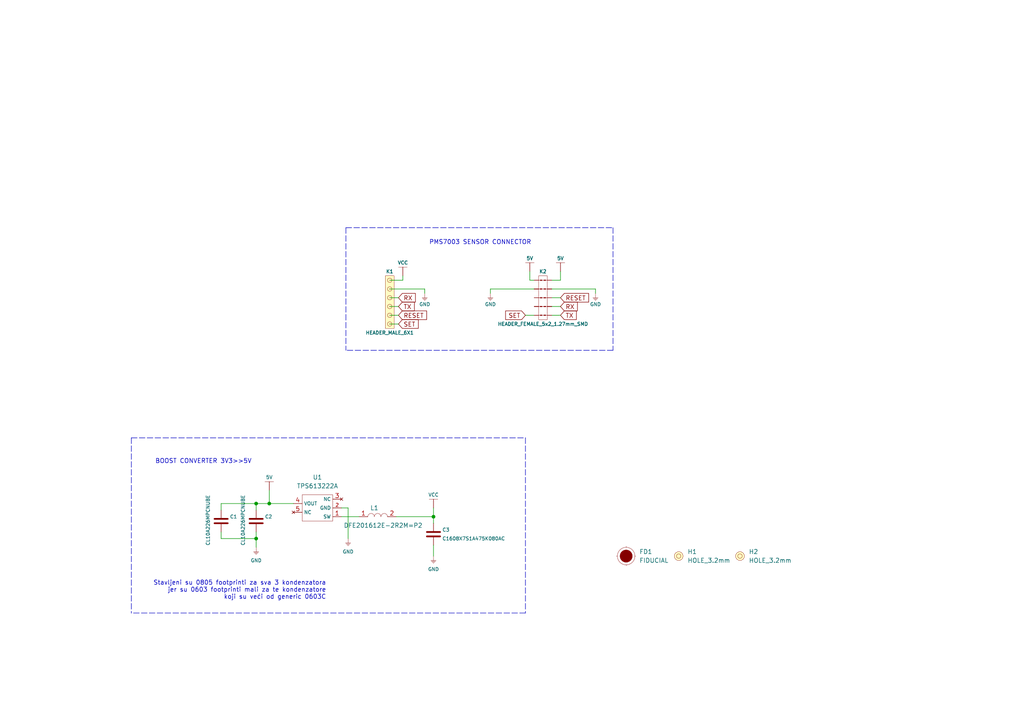
<source format=kicad_sch>
(kicad_sch (version 20210621) (generator eeschema)

  (uuid 48b536c3-d1f1-4397-99d6-5d886d23cefc)

  (paper "A4")

  (lib_symbols
    (symbol "e-radionica.com schematics:0805C" (pin_numbers hide) (in_bom yes) (on_board yes)
      (property "Reference" "C" (id 0) (at -0.635 3.175 0)
        (effects (font (size 1 1)))
      )
      (property "Value" "0805C" (id 1) (at 0 -3.175 0)
        (effects (font (size 1 1)))
      )
      (property "Footprint" "e-radionica.com footprinti:0805C" (id 2) (at 0 0 0)
        (effects (font (size 1 1)) hide)
      )
      (property "Datasheet" "" (id 3) (at 0 0 0)
        (effects (font (size 1 1)) hide)
      )
      (symbol "0805C_0_1"
        (polyline
          (pts
            (xy -0.635 1.905)
            (xy -0.635 -1.905)
          )
          (stroke (width 0.5)) (fill (type none))
        )
        (polyline
          (pts
            (xy 0.635 1.905)
            (xy 0.635 -1.905)
          )
          (stroke (width 0.5)) (fill (type none))
        )
      )
      (symbol "0805C_1_1"
        (pin passive line (at -3.175 0 0) (length 2.54)
          (name "~" (effects (font (size 1.27 1.27))))
          (number "1" (effects (font (size 1.27 1.27))))
        )
        (pin passive line (at 3.175 0 180) (length 2.54)
          (name "~" (effects (font (size 1.27 1.27))))
          (number "2" (effects (font (size 1.27 1.27))))
        )
      )
    )
    (symbol "e-radionica.com schematics:0806L" (in_bom yes) (on_board yes)
      (property "Reference" "L" (id 0) (at 0 1.905 0)
        (effects (font (size 1.27 1.27)))
      )
      (property "Value" "0806L" (id 1) (at 0 -1.27 0)
        (effects (font (size 1.27 1.27)))
      )
      (property "Footprint" "e-radionica.com footprinti:0806L" (id 2) (at 0 -2.54 0)
        (effects (font (size 1.27 1.27)) hide)
      )
      (property "Datasheet" "" (id 3) (at 0 -1.27 0)
        (effects (font (size 1.27 1.27)) hide)
      )
      (symbol "0806L_0_1"
        (arc (start -3.175 0) (end -1.27 0) (radius (at -2.2225 -0.0138) (length 0.9526) (angles 179.2 0.8))
          (stroke (width 0.0006)) (fill (type none))
        )
        (arc (start -1.27 0) (end 0.635 0) (radius (at -0.3175 -0.0138) (length 0.9526) (angles 179.2 0.8))
          (stroke (width 0.0006)) (fill (type none))
        )
        (arc (start 0.635 0) (end 2.54 0) (radius (at 1.5875 -0.0138) (length 0.9526) (angles 179.2 0.8))
          (stroke (width 0.0006)) (fill (type none))
        )
      )
      (symbol "0806L_1_1"
        (pin passive line (at -5.715 0 0) (length 2.54)
          (name "" (effects (font (size 1.27 1.27))))
          (number "1" (effects (font (size 1.27 1.27))))
        )
        (pin passive line (at 5.08 0 180) (length 2.54)
          (name "" (effects (font (size 1.27 1.27))))
          (number "2" (effects (font (size 1.27 1.27))))
        )
      )
    )
    (symbol "e-radionica.com schematics:5V" (power) (pin_names (offset 0)) (in_bom yes) (on_board yes)
      (property "Reference" "#PWR" (id 0) (at 4.445 0 0)
        (effects (font (size 1 1)) hide)
      )
      (property "Value" "5V" (id 1) (at 0 3.556 0)
        (effects (font (size 1 1)))
      )
      (property "Footprint" "" (id 2) (at 4.445 3.81 0)
        (effects (font (size 1 1)) hide)
      )
      (property "Datasheet" "" (id 3) (at 4.445 3.81 0)
        (effects (font (size 1 1)) hide)
      )
      (property "ki_keywords" "power-flag" (id 4) (at 0 0 0)
        (effects (font (size 1.27 1.27)) hide)
      )
      (property "ki_description" "Power symbol creates a global label with name \"5V\"" (id 5) (at 0 0 0)
        (effects (font (size 1.27 1.27)) hide)
      )
      (symbol "5V_0_1"
        (polyline
          (pts
            (xy -1.27 2.54)
            (xy 1.27 2.54)
          )
          (stroke (width 0.0006)) (fill (type none))
        )
        (polyline
          (pts
            (xy 0 0)
            (xy 0 2.54)
          )
          (stroke (width 0)) (fill (type none))
        )
      )
      (symbol "5V_1_1"
        (pin power_in line (at 0 0 90) (length 0) hide
          (name "5V" (effects (font (size 1.27 1.27))))
          (number "1" (effects (font (size 1.27 1.27))))
        )
      )
    )
    (symbol "e-radionica.com schematics:FIDUCIAL" (in_bom no) (on_board yes)
      (property "Reference" "FD" (id 0) (at 0 3.81 0)
        (effects (font (size 1.27 1.27)))
      )
      (property "Value" "FIDUCIAL" (id 1) (at 0 -3.81 0)
        (effects (font (size 1.27 1.27)))
      )
      (property "Footprint" "e-radionica.com footprinti:FIDUCIAL_23" (id 2) (at 0.254 -5.334 0)
        (effects (font (size 1.27 1.27)) hide)
      )
      (property "Datasheet" "" (id 3) (at 0 0 0)
        (effects (font (size 1.27 1.27)) hide)
      )
      (symbol "FIDUCIAL_0_1"
        (circle (center 0 0) (radius 2.54) (stroke (width 0.0006)) (fill (type none)))
        (circle (center 0 0) (radius 1.7961) (stroke (width 0.001)) (fill (type outline)))
        (polyline
          (pts
            (xy -2.54 0)
            (xy -2.794 0)
          )
          (stroke (width 0.0006)) (fill (type none))
        )
        (polyline
          (pts
            (xy 0 -2.54)
            (xy 0 -2.794)
          )
          (stroke (width 0.0006)) (fill (type none))
        )
        (polyline
          (pts
            (xy 0 2.54)
            (xy 0 2.794)
          )
          (stroke (width 0.0006)) (fill (type none))
        )
        (polyline
          (pts
            (xy 2.54 0)
            (xy 2.794 0)
          )
          (stroke (width 0.0006)) (fill (type none))
        )
      )
    )
    (symbol "e-radionica.com schematics:GND" (power) (pin_names (offset 0)) (in_bom yes) (on_board yes)
      (property "Reference" "#PWR" (id 0) (at 4.445 0 0)
        (effects (font (size 1 1)) hide)
      )
      (property "Value" "GND" (id 1) (at 0 -2.921 0)
        (effects (font (size 1 1)))
      )
      (property "Footprint" "" (id 2) (at 4.445 3.81 0)
        (effects (font (size 1 1)) hide)
      )
      (property "Datasheet" "" (id 3) (at 4.445 3.81 0)
        (effects (font (size 1 1)) hide)
      )
      (property "ki_keywords" "power-flag" (id 4) (at 0 0 0)
        (effects (font (size 1.27 1.27)) hide)
      )
      (property "ki_description" "Power symbol creates a global label with name \"GND\"" (id 5) (at 0 0 0)
        (effects (font (size 1.27 1.27)) hide)
      )
      (symbol "GND_0_1"
        (polyline
          (pts
            (xy -0.762 -1.27)
            (xy 0.762 -1.27)
          )
          (stroke (width 0.0006)) (fill (type none))
        )
        (polyline
          (pts
            (xy -0.635 -1.524)
            (xy 0.635 -1.524)
          )
          (stroke (width 0.0006)) (fill (type none))
        )
        (polyline
          (pts
            (xy -0.381 -1.778)
            (xy 0.381 -1.778)
          )
          (stroke (width 0.0006)) (fill (type none))
        )
        (polyline
          (pts
            (xy -0.127 -2.032)
            (xy 0.127 -2.032)
          )
          (stroke (width 0.0006)) (fill (type none))
        )
        (polyline
          (pts
            (xy 0 0)
            (xy 0 -1.27)
          )
          (stroke (width 0.0006)) (fill (type none))
        )
      )
      (symbol "GND_1_1"
        (pin power_in line (at 0 0 270) (length 0) hide
          (name "GND" (effects (font (size 1.27 1.27))))
          (number "1" (effects (font (size 1.27 1.27))))
        )
      )
    )
    (symbol "e-radionica.com schematics:HEADER_FEMALE_5x2_1.27mm_SMD" (pin_numbers hide) (pin_names hide) (in_bom yes) (on_board yes)
      (property "Reference" "K" (id 0) (at 0 7.62 0)
        (effects (font (size 1 1)))
      )
      (property "Value" "HEADER_FEMALE_5x2_1.27mm_SMD" (id 1) (at 0 -7.62 0)
        (effects (font (size 1 1)))
      )
      (property "Footprint" "e-radionica.com footprinti:HEADER_FEMALE_5x2_1.27mm_SMD" (id 2) (at 0 -8.89 0)
        (effects (font (size 1 1)) hide)
      )
      (property "Datasheet" "" (id 3) (at 2.54 -2.54 0)
        (effects (font (size 1 1)) hide)
      )
      (property "ki_keywords" "PMS7003 header 1.27mm SMD" (id 4) (at 0 0 0)
        (effects (font (size 1.27 1.27)) hide)
      )
      (property "ki_description" "Header 1.27mm 5x2 SMD" (id 5) (at 0 0 0)
        (effects (font (size 1.27 1.27)) hide)
      )
      (symbol "HEADER_FEMALE_5x2_1.27mm_SMD_0_1"
        (rectangle (start -1.27 6.35) (end 1.27 -6.35)
          (stroke (width 0.0006)) (fill (type none))
        )
        (polyline
          (pts
            (xy -1.27 -5.08)
            (xy -0.635 -5.08)
          )
          (stroke (width 0.0006)) (fill (type none))
        )
        (polyline
          (pts
            (xy -1.27 -2.54)
            (xy -0.635 -2.54)
          )
          (stroke (width 0.0006)) (fill (type none))
        )
        (polyline
          (pts
            (xy -1.27 0)
            (xy -0.635 0)
          )
          (stroke (width 0.0006)) (fill (type none))
        )
        (polyline
          (pts
            (xy -1.27 2.54)
            (xy -0.635 2.54)
          )
          (stroke (width 0.0006)) (fill (type none))
        )
        (polyline
          (pts
            (xy -1.27 5.08)
            (xy -0.635 5.08)
          )
          (stroke (width 0.0006)) (fill (type none))
        )
        (polyline
          (pts
            (xy -0.762 -5.08)
            (xy -0.254 -5.08)
          )
          (stroke (width 0.3)) (fill (type none))
        )
        (polyline
          (pts
            (xy -0.762 -2.54)
            (xy -0.254 -2.54)
          )
          (stroke (width 0.3)) (fill (type none))
        )
        (polyline
          (pts
            (xy -0.762 0)
            (xy -0.254 0)
          )
          (stroke (width 0.3)) (fill (type none))
        )
        (polyline
          (pts
            (xy -0.762 2.54)
            (xy -0.254 2.54)
          )
          (stroke (width 0.3)) (fill (type none))
        )
        (polyline
          (pts
            (xy -0.762 5.08)
            (xy -0.254 5.08)
          )
          (stroke (width 0.3)) (fill (type none))
        )
        (polyline
          (pts
            (xy 0.254 -5.08)
            (xy 0.762 -5.08)
          )
          (stroke (width 0.3)) (fill (type none))
        )
        (polyline
          (pts
            (xy 0.254 -2.54)
            (xy 0.762 -2.54)
          )
          (stroke (width 0.3)) (fill (type none))
        )
        (polyline
          (pts
            (xy 0.254 0)
            (xy 0.762 0)
          )
          (stroke (width 0.3)) (fill (type none))
        )
        (polyline
          (pts
            (xy 0.254 2.54)
            (xy 0.762 2.54)
          )
          (stroke (width 0.3)) (fill (type none))
        )
        (polyline
          (pts
            (xy 0.254 5.08)
            (xy 0.762 5.08)
          )
          (stroke (width 0.3)) (fill (type none))
        )
        (polyline
          (pts
            (xy 1.27 -5.08)
            (xy 0.635 -5.08)
          )
          (stroke (width 0.0006)) (fill (type none))
        )
        (polyline
          (pts
            (xy 1.27 -2.54)
            (xy 0.635 -2.54)
          )
          (stroke (width 0.0006)) (fill (type none))
        )
        (polyline
          (pts
            (xy 1.27 0)
            (xy 0.635 0)
          )
          (stroke (width 0.0006)) (fill (type none))
        )
        (polyline
          (pts
            (xy 1.27 2.54)
            (xy 0.635 2.54)
          )
          (stroke (width 0.0006)) (fill (type none))
        )
        (polyline
          (pts
            (xy 1.27 5.08)
            (xy 0.635 5.08)
          )
          (stroke (width 0.0006)) (fill (type none))
        )
      )
      (symbol "HEADER_FEMALE_5x2_1.27mm_SMD_1_1"
        (pin passive line (at -2.54 5.08 0) (length 1.27)
          (name "~" (effects (font (size 1 1))))
          (number "1" (effects (font (size 1 1))))
        )
        (pin passive line (at 2.54 5.08 180) (length 1.27)
          (name "~" (effects (font (size 1 1))))
          (number "10" (effects (font (size 1 1))))
        )
        (pin passive line (at -2.54 2.54 0) (length 1.27)
          (name "~" (effects (font (size 1 1))))
          (number "2" (effects (font (size 1 1))))
        )
        (pin passive line (at -2.54 0 0) (length 1.27)
          (name "~" (effects (font (size 1 1))))
          (number "3" (effects (font (size 1 1))))
        )
        (pin passive line (at -2.54 -2.54 0) (length 1.27)
          (name "~" (effects (font (size 1 1))))
          (number "4" (effects (font (size 1 1))))
        )
        (pin passive line (at -2.54 -5.08 0) (length 1.27)
          (name "~" (effects (font (size 1 1))))
          (number "5" (effects (font (size 1 1))))
        )
        (pin passive line (at 2.54 -5.08 180) (length 1.27)
          (name "~" (effects (font (size 1 1))))
          (number "6" (effects (font (size 1 1))))
        )
        (pin passive line (at 2.54 -2.54 180) (length 1.27)
          (name "~" (effects (font (size 1 1))))
          (number "7" (effects (font (size 1 1))))
        )
        (pin passive line (at 2.54 0 180) (length 1.27)
          (name "~" (effects (font (size 1 1))))
          (number "8" (effects (font (size 1 1))))
        )
        (pin passive line (at 2.54 2.54 180) (length 1.27)
          (name "~" (effects (font (size 1 1))))
          (number "9" (effects (font (size 1 1))))
        )
      )
    )
    (symbol "e-radionica.com schematics:HEADER_MALE_6X1" (pin_numbers hide) (pin_names hide) (in_bom yes) (on_board yes)
      (property "Reference" "K" (id 0) (at -0.635 10.16 0)
        (effects (font (size 1 1)))
      )
      (property "Value" "HEADER_MALE_6X1" (id 1) (at 1.27 -7.62 0)
        (effects (font (size 1 1)))
      )
      (property "Footprint" "e-radionica.com footprinti:HEADER_MALE_6X1" (id 2) (at 0 0 0)
        (effects (font (size 1 1)) hide)
      )
      (property "Datasheet" "" (id 3) (at 0 0 0)
        (effects (font (size 1 1)) hide)
      )
      (symbol "HEADER_MALE_6X1_0_1"
        (circle (center 0 -5.08) (radius 0.635) (stroke (width 0.0006)) (fill (type none)))
        (circle (center 0 -2.54) (radius 0.635) (stroke (width 0.0006)) (fill (type none)))
        (circle (center 0 0) (radius 0.635) (stroke (width 0.0006)) (fill (type none)))
        (circle (center 0 2.54) (radius 0.635) (stroke (width 0.0006)) (fill (type none)))
        (circle (center 0 5.08) (radius 0.635) (stroke (width 0.0006)) (fill (type none)))
        (circle (center 0 7.62) (radius 0.635) (stroke (width 0.0006)) (fill (type none)))
        (rectangle (start 1.27 -6.35) (end -1.27 8.89)
          (stroke (width 0.001)) (fill (type background))
        )
      )
      (symbol "HEADER_MALE_6X1_1_1"
        (pin passive line (at 0 -5.08 180) (length 0)
          (name "~" (effects (font (size 0.991 0.991))))
          (number "1" (effects (font (size 0.991 0.991))))
        )
        (pin passive line (at 0 -2.54 180) (length 0)
          (name "~" (effects (font (size 0.991 0.991))))
          (number "2" (effects (font (size 0.991 0.991))))
        )
        (pin passive line (at 0 0 180) (length 0)
          (name "~" (effects (font (size 0.991 0.991))))
          (number "3" (effects (font (size 0.991 0.991))))
        )
        (pin passive line (at 0 2.54 180) (length 0)
          (name "~" (effects (font (size 0.991 0.991))))
          (number "4" (effects (font (size 0.991 0.991))))
        )
        (pin passive line (at 0 5.08 180) (length 0)
          (name "~" (effects (font (size 0.991 0.991))))
          (number "5" (effects (font (size 0.991 0.991))))
        )
        (pin passive line (at 0 7.62 180) (length 0)
          (name "~" (effects (font (size 0.991 0.991))))
          (number "6" (effects (font (size 0.991 0.991))))
        )
      )
    )
    (symbol "e-radionica.com schematics:HOLE_3.2mm" (pin_numbers hide) (pin_names hide) (in_bom yes) (on_board yes)
      (property "Reference" "H" (id 0) (at 0 2.54 0)
        (effects (font (size 1.27 1.27)))
      )
      (property "Value" "HOLE_3.2mm" (id 1) (at 0 -2.54 0)
        (effects (font (size 1.27 1.27)))
      )
      (property "Footprint" "e-radionica.com footprinti:HOLE_3.2mm" (id 2) (at 0 0 0)
        (effects (font (size 1.27 1.27)) hide)
      )
      (property "Datasheet" "" (id 3) (at 0 0 0)
        (effects (font (size 1.27 1.27)) hide)
      )
      (symbol "HOLE_3.2mm_0_1"
        (circle (center 0 0) (radius 0.635) (stroke (width 0.0006)) (fill (type none)))
        (circle (center 0 0) (radius 1.27) (stroke (width 0.001)) (fill (type background)))
      )
    )
    (symbol "e-radionica.com schematics:TPS613222A" (in_bom yes) (on_board yes)
      (property "Reference" "U" (id 0) (at 0 5.08 0)
        (effects (font (size 1.27 1.27)))
      )
      (property "Value" "TPS613222A" (id 1) (at 0 -5.08 0)
        (effects (font (size 1.27 1.27)))
      )
      (property "Footprint" "e-radionica.com footprinti:tps613222a" (id 2) (at -0.635 0 0)
        (effects (font (size 1.27 1.27)) hide)
      )
      (property "Datasheet" "" (id 3) (at -0.635 0 0)
        (effects (font (size 1.27 1.27)) hide)
      )
      (symbol "TPS613222A_0_1"
        (rectangle (start -4.445 3.81) (end 4.445 -3.81)
          (stroke (width 0.0006)) (fill (type none))
        )
      )
      (symbol "TPS613222A_1_1"
        (pin passive line (at 6.985 -2.54 180) (length 2.54)
          (name "SW" (effects (font (size 1 1))))
          (number "1" (effects (font (size 1.27 1.27))))
        )
        (pin passive line (at 6.985 0 180) (length 2.54)
          (name "GND" (effects (font (size 1 1))))
          (number "2" (effects (font (size 1 1))))
        )
        (pin no_connect line (at 6.985 2.54 180) (length 2.54)
          (name "NC" (effects (font (size 1 1))))
          (number "3" (effects (font (size 1.27 1.27))))
        )
        (pin passive line (at -6.985 1.27 0) (length 2.54)
          (name "VOUT" (effects (font (size 1 1))))
          (number "4" (effects (font (size 1.27 1.27))))
        )
        (pin no_connect line (at -6.985 -1.27 0) (length 2.54)
          (name "NC" (effects (font (size 1 1))))
          (number "5" (effects (font (size 1.27 1.27))))
        )
      )
    )
    (symbol "e-radionica.com schematics:VCC" (power) (pin_names (offset 0)) (in_bom yes) (on_board yes)
      (property "Reference" "#PWR" (id 0) (at 4.445 0 0)
        (effects (font (size 1 1)) hide)
      )
      (property "Value" "VCC" (id 1) (at 0 3.556 0)
        (effects (font (size 1 1)))
      )
      (property "Footprint" "" (id 2) (at 4.445 3.81 0)
        (effects (font (size 1 1)) hide)
      )
      (property "Datasheet" "" (id 3) (at 4.445 3.81 0)
        (effects (font (size 1 1)) hide)
      )
      (property "ki_keywords" "power-flag" (id 4) (at 0 0 0)
        (effects (font (size 1.27 1.27)) hide)
      )
      (property "ki_description" "Power symbol creates a global label with name \"VCC\"" (id 5) (at 0 0 0)
        (effects (font (size 1.27 1.27)) hide)
      )
      (symbol "VCC_0_1"
        (polyline
          (pts
            (xy -1.27 2.54)
            (xy 1.27 2.54)
          )
          (stroke (width 0.0006)) (fill (type none))
        )
        (polyline
          (pts
            (xy 0 0)
            (xy 0 2.54)
          )
          (stroke (width 0)) (fill (type none))
        )
      )
      (symbol "VCC_1_1"
        (pin power_in line (at 0 0 90) (length 0) hide
          (name "VCC" (effects (font (size 1.27 1.27))))
          (number "1" (effects (font (size 1.27 1.27))))
        )
      )
    )
  )

  (junction (at 74.295 146.05) (diameter 0.9144) (color 0 0 0 0))
  (junction (at 74.295 156.21) (diameter 0.9144) (color 0 0 0 0))
  (junction (at 78.105 146.05) (diameter 0.9144) (color 0 0 0 0))
  (junction (at 125.73 149.86) (diameter 0.9144) (color 0 0 0 0))

  (wire (pts (xy 64.135 146.05) (xy 74.295 146.05))
    (stroke (width 0) (type solid) (color 0 0 0 0))
    (uuid 99e77998-5865-4d56-a2c3-62d8e76b6365)
  )
  (wire (pts (xy 64.135 147.955) (xy 64.135 146.05))
    (stroke (width 0) (type solid) (color 0 0 0 0))
    (uuid a388c01f-1a21-4d36-b2c7-aefa3eaea249)
  )
  (wire (pts (xy 64.135 154.305) (xy 64.135 156.21))
    (stroke (width 0) (type solid) (color 0 0 0 0))
    (uuid e9fe4680-316c-48cf-933a-76d887fa430b)
  )
  (wire (pts (xy 64.135 156.21) (xy 74.295 156.21))
    (stroke (width 0) (type solid) (color 0 0 0 0))
    (uuid e76d32a8-3e08-4154-b58c-778bfe121a40)
  )
  (wire (pts (xy 74.295 146.05) (xy 78.105 146.05))
    (stroke (width 0) (type solid) (color 0 0 0 0))
    (uuid ea9ee23c-1b06-444a-bae0-6efa20fa65ec)
  )
  (wire (pts (xy 74.295 147.955) (xy 74.295 146.05))
    (stroke (width 0) (type solid) (color 0 0 0 0))
    (uuid fce26a8e-fff1-4344-a160-8b0d20e355c9)
  )
  (wire (pts (xy 74.295 154.305) (xy 74.295 156.21))
    (stroke (width 0) (type solid) (color 0 0 0 0))
    (uuid ddae976f-bceb-4e3b-af8f-69c19db8cb5e)
  )
  (wire (pts (xy 74.295 156.21) (xy 74.295 158.75))
    (stroke (width 0) (type solid) (color 0 0 0 0))
    (uuid 77516979-852d-4886-8772-1e0e75cf0634)
  )
  (wire (pts (xy 78.105 146.05) (xy 78.105 142.24))
    (stroke (width 0) (type solid) (color 0 0 0 0))
    (uuid 9cd3b3fa-f200-4b46-87ed-2b24b5917dcd)
  )
  (wire (pts (xy 78.105 146.05) (xy 85.09 146.05))
    (stroke (width 0) (type solid) (color 0 0 0 0))
    (uuid feb1cbd6-0a1b-4cdf-867c-6c3b26df4b18)
  )
  (wire (pts (xy 99.06 147.32) (xy 100.965 147.32))
    (stroke (width 0) (type solid) (color 0 0 0 0))
    (uuid f2c7ffb7-a8d9-4c58-897f-dd401e736944)
  )
  (wire (pts (xy 99.06 149.86) (xy 104.14 149.86))
    (stroke (width 0) (type solid) (color 0 0 0 0))
    (uuid 30409ece-169b-45e2-bac8-caec841c87cb)
  )
  (wire (pts (xy 100.965 147.32) (xy 100.965 156.21))
    (stroke (width 0) (type solid) (color 0 0 0 0))
    (uuid 594597dc-7b69-4504-847f-955028b21143)
  )
  (wire (pts (xy 113.03 81.28) (xy 116.84 81.28))
    (stroke (width 0) (type solid) (color 0 0 0 0))
    (uuid deb4bfb9-6234-454c-9ad7-ea0e30bb955c)
  )
  (wire (pts (xy 113.03 83.82) (xy 123.19 83.82))
    (stroke (width 0) (type solid) (color 0 0 0 0))
    (uuid 9f0ce021-f31a-40b4-8102-a0ded0a8fbbe)
  )
  (wire (pts (xy 113.03 86.36) (xy 115.57 86.36))
    (stroke (width 0) (type solid) (color 0 0 0 0))
    (uuid 8f7f879f-0a6c-4eab-a65a-aadd866c07db)
  )
  (wire (pts (xy 113.03 88.9) (xy 115.57 88.9))
    (stroke (width 0) (type solid) (color 0 0 0 0))
    (uuid a2b014d9-bf7f-4635-988e-86a163d2a388)
  )
  (wire (pts (xy 113.03 91.44) (xy 115.57 91.44))
    (stroke (width 0) (type solid) (color 0 0 0 0))
    (uuid 3fef6867-54cc-4868-a255-a60b076080b7)
  )
  (wire (pts (xy 113.03 93.98) (xy 115.57 93.98))
    (stroke (width 0) (type solid) (color 0 0 0 0))
    (uuid e8747710-3e29-4fb2-877a-5281ac024d28)
  )
  (wire (pts (xy 114.935 149.86) (xy 125.73 149.86))
    (stroke (width 0) (type solid) (color 0 0 0 0))
    (uuid ad1cb4a9-343f-4319-9034-11ec0355619e)
  )
  (wire (pts (xy 116.84 81.28) (xy 116.84 80.01))
    (stroke (width 0) (type solid) (color 0 0 0 0))
    (uuid deb4bfb9-6234-454c-9ad7-ea0e30bb955c)
  )
  (wire (pts (xy 123.19 83.82) (xy 123.19 85.09))
    (stroke (width 0) (type solid) (color 0 0 0 0))
    (uuid 9f0ce021-f31a-40b4-8102-a0ded0a8fbbe)
  )
  (wire (pts (xy 125.73 147.32) (xy 125.73 149.86))
    (stroke (width 0) (type solid) (color 0 0 0 0))
    (uuid 67de7aee-94ce-4059-b3ad-77f61cc8b0a4)
  )
  (wire (pts (xy 125.73 149.86) (xy 125.73 151.765))
    (stroke (width 0) (type solid) (color 0 0 0 0))
    (uuid 67de7aee-94ce-4059-b3ad-77f61cc8b0a4)
  )
  (wire (pts (xy 125.73 158.115) (xy 125.73 161.29))
    (stroke (width 0) (type solid) (color 0 0 0 0))
    (uuid e28aec6e-ad6a-4ce7-a7fe-2d20cbc9f6de)
  )
  (wire (pts (xy 142.24 83.82) (xy 142.24 85.09))
    (stroke (width 0) (type solid) (color 0 0 0 0))
    (uuid 2b35c7b9-4199-44ee-8e60-9989f672b4d7)
  )
  (wire (pts (xy 142.24 83.82) (xy 154.94 83.82))
    (stroke (width 0) (type solid) (color 0 0 0 0))
    (uuid 2786e737-4284-49c1-9766-da90d19da2c8)
  )
  (wire (pts (xy 152.4 91.44) (xy 154.94 91.44))
    (stroke (width 0) (type solid) (color 0 0 0 0))
    (uuid 98ddde94-e310-4487-b5de-3b39275e0009)
  )
  (wire (pts (xy 153.67 78.74) (xy 153.67 81.28))
    (stroke (width 0) (type solid) (color 0 0 0 0))
    (uuid f45f6429-422b-4eb3-ac57-319adfd8b1d3)
  )
  (wire (pts (xy 153.67 81.28) (xy 154.94 81.28))
    (stroke (width 0) (type solid) (color 0 0 0 0))
    (uuid f45f6429-422b-4eb3-ac57-319adfd8b1d3)
  )
  (wire (pts (xy 160.02 81.28) (xy 162.56 81.28))
    (stroke (width 0) (type solid) (color 0 0 0 0))
    (uuid 1402a554-1038-4a02-9182-5bf374cf74b2)
  )
  (wire (pts (xy 160.02 83.82) (xy 172.72 83.82))
    (stroke (width 0) (type solid) (color 0 0 0 0))
    (uuid 7afb5bfd-d5f1-4de6-a735-a560732417ee)
  )
  (wire (pts (xy 160.02 86.36) (xy 162.56 86.36))
    (stroke (width 0) (type solid) (color 0 0 0 0))
    (uuid da830011-a080-4f61-98b1-42368c04b262)
  )
  (wire (pts (xy 160.02 88.9) (xy 162.56 88.9))
    (stroke (width 0) (type solid) (color 0 0 0 0))
    (uuid 695a960c-0705-4818-8042-fa9f33f5b6af)
  )
  (wire (pts (xy 160.02 91.44) (xy 162.56 91.44))
    (stroke (width 0) (type solid) (color 0 0 0 0))
    (uuid 6729467e-9b9e-4808-8027-f3a9c2a65399)
  )
  (wire (pts (xy 162.56 81.28) (xy 162.56 78.74))
    (stroke (width 0) (type solid) (color 0 0 0 0))
    (uuid 1402a554-1038-4a02-9182-5bf374cf74b2)
  )
  (wire (pts (xy 172.72 83.82) (xy 172.72 85.09))
    (stroke (width 0) (type solid) (color 0 0 0 0))
    (uuid c9e304d2-6e58-4e72-8db4-dbb073baa454)
  )
  (polyline (pts (xy 38.1 127) (xy 38.1 177.8))
    (stroke (width 0) (type dash) (color 0 0 0 0))
    (uuid 304b0a24-e9d7-4fac-a31b-45cadd06e69c)
  )
  (polyline (pts (xy 38.1 127) (xy 152.4 127))
    (stroke (width 0) (type dash) (color 0 0 0 0))
    (uuid 304b0a24-e9d7-4fac-a31b-45cadd06e69c)
  )
  (polyline (pts (xy 100.33 66.04) (xy 100.33 101.6))
    (stroke (width 0) (type dash) (color 0 0 0 0))
    (uuid 6a24de8e-bc4c-4925-8346-d5292a528697)
  )
  (polyline (pts (xy 100.33 66.04) (xy 177.8 66.04))
    (stroke (width 0) (type dash) (color 0 0 0 0))
    (uuid 6a24de8e-bc4c-4925-8346-d5292a528697)
  )
  (polyline (pts (xy 152.4 127) (xy 152.4 177.8))
    (stroke (width 0) (type dash) (color 0 0 0 0))
    (uuid 304b0a24-e9d7-4fac-a31b-45cadd06e69c)
  )
  (polyline (pts (xy 152.4 177.8) (xy 38.1 177.8))
    (stroke (width 0) (type dash) (color 0 0 0 0))
    (uuid 304b0a24-e9d7-4fac-a31b-45cadd06e69c)
  )
  (polyline (pts (xy 177.8 66.04) (xy 177.8 101.6))
    (stroke (width 0) (type dash) (color 0 0 0 0))
    (uuid 6a24de8e-bc4c-4925-8346-d5292a528697)
  )
  (polyline (pts (xy 177.8 101.6) (xy 100.33 101.6))
    (stroke (width 0) (type dash) (color 0 0 0 0))
    (uuid 6a24de8e-bc4c-4925-8346-d5292a528697)
  )

  (text "BOOST CONVERTER 3V3>>5V" (at 73.025 134.62 180)
    (effects (font (size 1.27 1.27)) (justify right bottom))
    (uuid 4db52b53-2216-47de-8aa0-413c42ffa177)
  )
  (text "Stavljeni su 0805 footprinti za sva 3 kondenzatora\njer su 0603 footprinti mali za te kondenzatore\nkoji su veći od generic 0603C\n"
    (at 94.615 173.99 0)
    (effects (font (size 1.27 1.27)) (justify right bottom))
    (uuid eda051ee-5a42-408d-b3c8-1a0e46d5ff1d)
  )
  (text "PMS7003 SENSOR CONNECTOR " (at 124.46 71.12 0)
    (effects (font (size 1.27 1.27)) (justify left bottom))
    (uuid 0fd87d54-d75f-4114-be08-57067497e74c)
  )

  (global_label "RX" (shape input) (at 115.57 86.36 0) (fields_autoplaced)
    (effects (font (size 1.27 1.27)) (justify left))
    (uuid 43ac4965-3d54-4e71-8224-0534ad5fcbee)
    (property "Intersheet References" "${INTERSHEET_REFS}" (id 0) (at 120.4626 86.4394 0)
      (effects (font (size 1.27 1.27)) (justify left) hide)
    )
  )
  (global_label "TX" (shape input) (at 115.57 88.9 0) (fields_autoplaced)
    (effects (font (size 1.27 1.27)) (justify left))
    (uuid 32dbd39d-91f7-4b2c-8fd8-e330b1f79051)
    (property "Intersheet References" "${INTERSHEET_REFS}" (id 0) (at 120.1602 88.9794 0)
      (effects (font (size 1.27 1.27)) (justify left) hide)
    )
  )
  (global_label "RESET" (shape input) (at 115.57 91.44 0) (fields_autoplaced)
    (effects (font (size 1.27 1.27)) (justify left))
    (uuid 286b3d1f-aa1f-4225-8c00-b53d05392ae8)
    (property "Intersheet References" "${INTERSHEET_REFS}" (id 0) (at 123.7283 91.5194 0)
      (effects (font (size 1.27 1.27)) (justify left) hide)
    )
  )
  (global_label "SET" (shape input) (at 115.57 93.98 0) (fields_autoplaced)
    (effects (font (size 1.27 1.27)) (justify left))
    (uuid 30dc6c5a-5379-4d2d-a21d-d04490e849f2)
    (property "Intersheet References" "${INTERSHEET_REFS}" (id 0) (at 121.3093 93.9006 0)
      (effects (font (size 1.27 1.27)) (justify left) hide)
    )
  )
  (global_label "SET" (shape input) (at 152.4 91.44 180) (fields_autoplaced)
    (effects (font (size 1.27 1.27)) (justify right))
    (uuid fe443804-1060-4f82-ba2c-0331d09a3253)
    (property "Intersheet References" "${INTERSHEET_REFS}" (id 0) (at 146.6607 91.5194 0)
      (effects (font (size 1.27 1.27)) (justify right) hide)
    )
  )
  (global_label "RESET" (shape input) (at 162.56 86.36 0) (fields_autoplaced)
    (effects (font (size 1.27 1.27)) (justify left))
    (uuid a4c735a5-772e-4612-ad27-d9f0c8b6ec41)
    (property "Intersheet References" "${INTERSHEET_REFS}" (id 0) (at 170.7183 86.4394 0)
      (effects (font (size 1.27 1.27)) (justify left) hide)
    )
  )
  (global_label "RX" (shape input) (at 162.56 88.9 0) (fields_autoplaced)
    (effects (font (size 1.27 1.27)) (justify left))
    (uuid 412d1d1d-6fc5-4181-b650-a80ed25283c0)
    (property "Intersheet References" "${INTERSHEET_REFS}" (id 0) (at 167.4526 88.9794 0)
      (effects (font (size 1.27 1.27)) (justify left) hide)
    )
  )
  (global_label "TX" (shape input) (at 162.56 91.44 0) (fields_autoplaced)
    (effects (font (size 1.27 1.27)) (justify left))
    (uuid b417ad22-d608-443b-b1f5-9cdaa4a19b1b)
    (property "Intersheet References" "${INTERSHEET_REFS}" (id 0) (at 167.1502 91.5194 0)
      (effects (font (size 1.27 1.27)) (justify left) hide)
    )
  )

  (symbol (lib_id "e-radionica.com schematics:GND") (at 74.295 158.75 0) (unit 1)
    (in_bom yes) (on_board yes)
    (uuid 0c0d00c0-ac33-4a4b-a022-50e0865e0d00)
    (property "Reference" "#PWR01" (id 0) (at 78.74 158.75 0)
      (effects (font (size 1 1)) hide)
    )
    (property "Value" "GND" (id 1) (at 74.295 162.56 0)
      (effects (font (size 1 1)))
    )
    (property "Footprint" "" (id 2) (at 78.74 154.94 0)
      (effects (font (size 1 1)) hide)
    )
    (property "Datasheet" "" (id 3) (at 78.74 154.94 0)
      (effects (font (size 1 1)) hide)
    )
    (pin "1" (uuid a99f39bc-b2ef-421c-926d-48e1a7436571))
  )

  (symbol (lib_id "e-radionica.com schematics:GND") (at 100.965 156.21 0) (unit 1)
    (in_bom yes) (on_board yes)
    (uuid 0a9d5c2b-74a5-4bd4-bd58-a402bdbdb7a2)
    (property "Reference" "#PWR03" (id 0) (at 105.41 156.21 0)
      (effects (font (size 1 1)) hide)
    )
    (property "Value" "GND" (id 1) (at 100.965 160.02 0)
      (effects (font (size 1 1)))
    )
    (property "Footprint" "" (id 2) (at 105.41 152.4 0)
      (effects (font (size 1 1)) hide)
    )
    (property "Datasheet" "" (id 3) (at 105.41 152.4 0)
      (effects (font (size 1 1)) hide)
    )
    (pin "1" (uuid fc210c5b-8077-4951-b08b-754d13bdfa97))
  )

  (symbol (lib_id "e-radionica.com schematics:GND") (at 123.19 85.09 0) (unit 1)
    (in_bom yes) (on_board yes)
    (uuid 56c7f95f-415a-4288-8fd8-43ef87d90884)
    (property "Reference" "#PWR05" (id 0) (at 127.635 85.09 0)
      (effects (font (size 1 1)) hide)
    )
    (property "Value" "GND" (id 1) (at 123.19 88.265 0)
      (effects (font (size 1 1)))
    )
    (property "Footprint" "" (id 2) (at 127.635 81.28 0)
      (effects (font (size 1 1)) hide)
    )
    (property "Datasheet" "" (id 3) (at 127.635 81.28 0)
      (effects (font (size 1 1)) hide)
    )
    (pin "1" (uuid ad654ead-50c6-46d9-9ce6-f630eb90e3b3))
  )

  (symbol (lib_id "e-radionica.com schematics:GND") (at 125.73 161.29 0) (unit 1)
    (in_bom yes) (on_board yes)
    (uuid 4e8d05c1-243b-4484-ad26-50dfd34cb6aa)
    (property "Reference" "#PWR07" (id 0) (at 130.175 161.29 0)
      (effects (font (size 1 1)) hide)
    )
    (property "Value" "GND" (id 1) (at 125.73 165.1 0)
      (effects (font (size 1 1)))
    )
    (property "Footprint" "" (id 2) (at 130.175 157.48 0)
      (effects (font (size 1 1)) hide)
    )
    (property "Datasheet" "" (id 3) (at 130.175 157.48 0)
      (effects (font (size 1 1)) hide)
    )
    (pin "1" (uuid c7bfb83d-001b-45f1-a290-6b14cf9408d7))
  )

  (symbol (lib_id "e-radionica.com schematics:GND") (at 142.24 85.09 0) (unit 1)
    (in_bom yes) (on_board yes)
    (uuid 5e69932c-2c0a-4238-990b-2ad66c63d079)
    (property "Reference" "#PWR08" (id 0) (at 146.685 85.09 0)
      (effects (font (size 1 1)) hide)
    )
    (property "Value" "GND" (id 1) (at 142.24 88.265 0)
      (effects (font (size 1 1)))
    )
    (property "Footprint" "" (id 2) (at 146.685 81.28 0)
      (effects (font (size 1 1)) hide)
    )
    (property "Datasheet" "" (id 3) (at 146.685 81.28 0)
      (effects (font (size 1 1)) hide)
    )
    (pin "1" (uuid 4fef4df6-243d-4eba-9c97-16e6f5f5ede7))
  )

  (symbol (lib_id "e-radionica.com schematics:GND") (at 172.72 85.09 0) (unit 1)
    (in_bom yes) (on_board yes)
    (uuid b5c0ea74-e54c-4b9d-bc97-460427dc576c)
    (property "Reference" "#PWR011" (id 0) (at 177.165 85.09 0)
      (effects (font (size 1 1)) hide)
    )
    (property "Value" "GND" (id 1) (at 172.72 88.265 0)
      (effects (font (size 1 1)))
    )
    (property "Footprint" "" (id 2) (at 177.165 81.28 0)
      (effects (font (size 1 1)) hide)
    )
    (property "Datasheet" "" (id 3) (at 177.165 81.28 0)
      (effects (font (size 1 1)) hide)
    )
    (pin "1" (uuid 6ac913df-0493-4ae0-a884-0809b3e63f7b))
  )

  (symbol (lib_id "e-radionica.com schematics:HOLE_3.2mm") (at 196.85 161.29 0) (unit 1)
    (in_bom yes) (on_board yes) (fields_autoplaced)
    (uuid d1a5a219-6a19-4615-9f43-65c32c801924)
    (property "Reference" "H1" (id 0) (at 199.39 160.0199 0)
      (effects (font (size 1.27 1.27)) (justify left))
    )
    (property "Value" "HOLE_3.2mm" (id 1) (at 199.39 162.5599 0)
      (effects (font (size 1.27 1.27)) (justify left))
    )
    (property "Footprint" "e-radionica.com footprinti:HOLE_3.2mm" (id 2) (at 196.85 161.29 0)
      (effects (font (size 1.27 1.27)) hide)
    )
    (property "Datasheet" "" (id 3) (at 196.85 161.29 0)
      (effects (font (size 1.27 1.27)) hide)
    )
  )

  (symbol (lib_id "e-radionica.com schematics:HOLE_3.2mm") (at 214.63 161.29 0) (unit 1)
    (in_bom yes) (on_board yes) (fields_autoplaced)
    (uuid 0c818853-c76a-43b3-939a-0d37bb06ce45)
    (property "Reference" "H2" (id 0) (at 217.17 160.0199 0)
      (effects (font (size 1.27 1.27)) (justify left))
    )
    (property "Value" "HOLE_3.2mm" (id 1) (at 217.17 162.5599 0)
      (effects (font (size 1.27 1.27)) (justify left))
    )
    (property "Footprint" "e-radionica.com footprinti:HOLE_3.2mm" (id 2) (at 214.63 161.29 0)
      (effects (font (size 1.27 1.27)) hide)
    )
    (property "Datasheet" "" (id 3) (at 214.63 161.29 0)
      (effects (font (size 1.27 1.27)) hide)
    )
  )

  (symbol (lib_id "e-radionica.com schematics:5V") (at 78.105 142.24 0) (unit 1)
    (in_bom yes) (on_board yes)
    (uuid 426cfe29-e381-4d72-88f8-32d5ac0f7a95)
    (property "Reference" "#PWR02" (id 0) (at 82.55 142.24 0)
      (effects (font (size 1 1)) hide)
    )
    (property "Value" "5V" (id 1) (at 78.105 138.43 0)
      (effects (font (size 1 1)))
    )
    (property "Footprint" "" (id 2) (at 82.55 138.43 0)
      (effects (font (size 1 1)) hide)
    )
    (property "Datasheet" "" (id 3) (at 82.55 138.43 0)
      (effects (font (size 1 1)) hide)
    )
    (pin "1" (uuid 0feec74e-c2f5-4c83-bd0e-fe55f3f753e7))
  )

  (symbol (lib_id "e-radionica.com schematics:VCC") (at 116.84 80.01 0) (unit 1)
    (in_bom yes) (on_board yes) (fields_autoplaced)
    (uuid 9c9e0317-e6b1-4b2c-b9c7-94fed72e361a)
    (property "Reference" "#PWR04" (id 0) (at 121.285 80.01 0)
      (effects (font (size 1 1)) hide)
    )
    (property "Value" "VCC" (id 1) (at 116.84 76.2 0)
      (effects (font (size 1 1)))
    )
    (property "Footprint" "" (id 2) (at 121.285 76.2 0)
      (effects (font (size 1 1)) hide)
    )
    (property "Datasheet" "" (id 3) (at 121.285 76.2 0)
      (effects (font (size 1 1)) hide)
    )
    (pin "1" (uuid f0346a4f-3326-47b5-9a7e-873814eaad06))
  )

  (symbol (lib_id "e-radionica.com schematics:VCC") (at 125.73 147.32 0) (unit 1)
    (in_bom yes) (on_board yes) (fields_autoplaced)
    (uuid f3949d64-1673-47a3-aff3-6720077a6af0)
    (property "Reference" "#PWR06" (id 0) (at 130.175 147.32 0)
      (effects (font (size 1 1)) hide)
    )
    (property "Value" "VCC" (id 1) (at 125.73 143.51 0)
      (effects (font (size 1 1)))
    )
    (property "Footprint" "" (id 2) (at 130.175 143.51 0)
      (effects (font (size 1 1)) hide)
    )
    (property "Datasheet" "" (id 3) (at 130.175 143.51 0)
      (effects (font (size 1 1)) hide)
    )
    (pin "1" (uuid 39130cb0-7ab2-42eb-9e77-819fea4c5cd3))
  )

  (symbol (lib_id "e-radionica.com schematics:5V") (at 153.67 78.74 0) (unit 1)
    (in_bom yes) (on_board yes) (fields_autoplaced)
    (uuid aa276c8d-9044-4e3c-b862-3d2beae1ace8)
    (property "Reference" "#PWR09" (id 0) (at 158.115 78.74 0)
      (effects (font (size 1 1)) hide)
    )
    (property "Value" "5V" (id 1) (at 153.67 74.93 0)
      (effects (font (size 1 1)))
    )
    (property "Footprint" "" (id 2) (at 158.115 74.93 0)
      (effects (font (size 1 1)) hide)
    )
    (property "Datasheet" "" (id 3) (at 158.115 74.93 0)
      (effects (font (size 1 1)) hide)
    )
    (pin "1" (uuid e25fbe0f-e592-4362-ad0b-146a9fdee9f4))
  )

  (symbol (lib_id "e-radionica.com schematics:5V") (at 162.56 78.74 0) (unit 1)
    (in_bom yes) (on_board yes) (fields_autoplaced)
    (uuid 48b1dc62-c7d0-41e6-9610-8210f35de5c7)
    (property "Reference" "#PWR010" (id 0) (at 167.005 78.74 0)
      (effects (font (size 1 1)) hide)
    )
    (property "Value" "5V" (id 1) (at 162.56 74.93 0)
      (effects (font (size 1 1)))
    )
    (property "Footprint" "" (id 2) (at 167.005 74.93 0)
      (effects (font (size 1 1)) hide)
    )
    (property "Datasheet" "" (id 3) (at 167.005 74.93 0)
      (effects (font (size 1 1)) hide)
    )
    (pin "1" (uuid 429f34bc-1326-48e5-aadf-659656f27201))
  )

  (symbol (lib_id "e-radionica.com schematics:0806L") (at 109.855 149.86 0) (unit 1)
    (in_bom yes) (on_board yes)
    (uuid b0d486b8-cd16-41e0-a2ad-89425521a406)
    (property "Reference" "L1" (id 0) (at 108.585 147.32 0))
    (property "Value" "DFE201612E-2R2M=P2" (id 1) (at 111.125 152.4 0))
    (property "Footprint" "e-radionica.com footprinti:0806L" (id 2) (at 109.855 152.4 0)
      (effects (font (size 1.27 1.27)) hide)
    )
    (property "Datasheet" "" (id 3) (at 109.855 151.13 0)
      (effects (font (size 1.27 1.27)) hide)
    )
    (pin "1" (uuid 758772ea-468e-4ce7-bf68-bcafee445008))
    (pin "2" (uuid d8966fa1-0a87-4a0a-99c1-313bc7073823))
  )

  (symbol (lib_id "e-radionica.com schematics:0805C") (at 64.135 151.13 90) (unit 1)
    (in_bom yes) (on_board yes)
    (uuid c1798e03-30ba-4bad-a8f0-5eeafe8cbf19)
    (property "Reference" "C1" (id 0) (at 66.675 149.86 90)
      (effects (font (size 1 1)) (justify right))
    )
    (property "Value" "CL10A226MPCNUBE" (id 1) (at 60.325 143.51 0)
      (effects (font (size 1 1)) (justify right))
    )
    (property "Footprint" "e-radionica.com footprinti:0805C" (id 2) (at 64.135 151.13 0)
      (effects (font (size 1 1)) hide)
    )
    (property "Datasheet" "" (id 3) (at 64.135 151.13 0)
      (effects (font (size 1 1)) hide)
    )
    (pin "1" (uuid e8c9aac6-d6a9-424e-af4f-5eea02556df5))
    (pin "2" (uuid b11d9101-61e4-4ae1-909e-ca10823fc692))
  )

  (symbol (lib_id "e-radionica.com schematics:0805C") (at 74.295 151.13 90) (unit 1)
    (in_bom yes) (on_board yes)
    (uuid 140f5e2b-c3a7-42b7-a0be-a2fc32129498)
    (property "Reference" "C2" (id 0) (at 76.835 149.86 90)
      (effects (font (size 1 1)) (justify right))
    )
    (property "Value" "CL10A226MPCNUBE" (id 1) (at 70.485 143.51 0)
      (effects (font (size 1 1)) (justify right))
    )
    (property "Footprint" "e-radionica.com footprinti:0805C" (id 2) (at 74.295 151.13 0)
      (effects (font (size 1 1)) hide)
    )
    (property "Datasheet" "" (id 3) (at 74.295 151.13 0)
      (effects (font (size 1 1)) hide)
    )
    (pin "1" (uuid 2b1c78b7-1c45-49a6-850d-94c074afa6c9))
    (pin "2" (uuid c51670d3-2116-4619-b903-834302ebc0ea))
  )

  (symbol (lib_id "e-radionica.com schematics:0805C") (at 125.73 154.94 90) (unit 1)
    (in_bom yes) (on_board yes)
    (uuid 35377e90-1b58-49fc-b97a-f4acaeab46a5)
    (property "Reference" "C3" (id 0) (at 128.27 153.67 90)
      (effects (font (size 1 1)) (justify right))
    )
    (property "Value" "C1608X7S1A475K080AC" (id 1) (at 128.27 156.21 90)
      (effects (font (size 1 1)) (justify right))
    )
    (property "Footprint" "e-radionica.com footprinti:0805C" (id 2) (at 125.73 154.94 0)
      (effects (font (size 1 1)) hide)
    )
    (property "Datasheet" "" (id 3) (at 125.73 154.94 0)
      (effects (font (size 1 1)) hide)
    )
    (pin "1" (uuid 3cccc6de-7577-4c59-9cea-42cb5bd9a902))
    (pin "2" (uuid 02bcac4a-b558-4566-a61d-03f5294dec9e))
  )

  (symbol (lib_id "e-radionica.com schematics:FIDUCIAL") (at 181.61 161.29 0) (unit 1)
    (in_bom no) (on_board yes) (fields_autoplaced)
    (uuid a806788c-fb22-463a-9771-ecf3c012b450)
    (property "Reference" "FD1" (id 0) (at 185.42 160.0199 0)
      (effects (font (size 1.27 1.27)) (justify left))
    )
    (property "Value" "FIDUCIAL" (id 1) (at 185.42 162.5599 0)
      (effects (font (size 1.27 1.27)) (justify left))
    )
    (property "Footprint" "e-radionica.com footprinti:FIDUCIAL_23" (id 2) (at 181.864 166.624 0)
      (effects (font (size 1.27 1.27)) hide)
    )
    (property "Datasheet" "" (id 3) (at 181.61 161.29 0)
      (effects (font (size 1.27 1.27)) hide)
    )
  )

  (symbol (lib_id "e-radionica.com schematics:HEADER_MALE_6X1") (at 113.03 88.9 0) (unit 1)
    (in_bom yes) (on_board yes)
    (uuid 97393155-8ba7-4e81-b786-3d3bee188926)
    (property "Reference" "K1" (id 0) (at 113.03 78.74 0)
      (effects (font (size 1 1)))
    )
    (property "Value" "HEADER_MALE_6X1" (id 1) (at 113.03 96.52 0)
      (effects (font (size 1 1)))
    )
    (property "Footprint" "e-radionica.com footprinti:HEADER_MALE_6X1" (id 2) (at 113.03 88.9 0)
      (effects (font (size 1 1)) hide)
    )
    (property "Datasheet" "" (id 3) (at 113.03 88.9 0)
      (effects (font (size 1 1)) hide)
    )
    (pin "1" (uuid 9c5b1415-6593-4c42-8877-0f45f760b42f))
    (pin "2" (uuid 171ceaab-2811-478b-ba35-4f6df2f5f9fd))
    (pin "3" (uuid fe842bdc-d4c2-43ce-b99a-de668568a236))
    (pin "4" (uuid c17b20b9-f236-42a0-8b51-da6ad35f68ed))
    (pin "5" (uuid 4d5447c5-f264-43e2-b9c6-df008ab12e19))
    (pin "6" (uuid 5e619366-37bf-4499-9209-5b767e8d8d57))
  )

  (symbol (lib_id "e-radionica.com schematics:HEADER_FEMALE_5x2_1.27mm_SMD") (at 157.48 86.36 0) (unit 1)
    (in_bom yes) (on_board yes)
    (uuid 8bc907f4-aa8c-4e16-8a14-16d69bf834f5)
    (property "Reference" "K2" (id 0) (at 157.48 78.74 0)
      (effects (font (size 1 1)))
    )
    (property "Value" "HEADER_FEMALE_5x2_1.27mm_SMD" (id 1) (at 157.48 93.98 0)
      (effects (font (size 1 1)))
    )
    (property "Footprint" "e-radionica.com footprinti:HEADER_FEMALE_5x2_1.27mm_SMD" (id 2) (at 157.48 95.25 0)
      (effects (font (size 1 1)) hide)
    )
    (property "Datasheet" "" (id 3) (at 160.02 88.9 0)
      (effects (font (size 1 1)) hide)
    )
    (pin "1" (uuid 164d68a5-b153-4169-8bde-7fe7f671da5d))
    (pin "10" (uuid 4da98d8a-ad6f-4da0-9bcb-ad5b5592233e))
    (pin "2" (uuid 19d745ed-bc91-4ccc-81b2-4e5b7911e569))
    (pin "3" (uuid 002fdeea-1bb6-4402-8138-ec497d3cf8b3))
    (pin "4" (uuid 8a844a37-492b-4fa6-9811-2062f76c21b8))
    (pin "5" (uuid 82b20c2a-e2fa-4c26-bb6e-8927ca93491c))
    (pin "6" (uuid 21293647-d93e-4c02-976a-6e588d4c74da))
    (pin "7" (uuid 048450f9-a5a0-4bc8-a37e-149b357eae22))
    (pin "8" (uuid 1cf1e8c9-e8ae-433a-92a0-c0bbef46dbbe))
    (pin "9" (uuid 5573af64-d9af-4787-81a5-fc408ab0c06e))
  )

  (symbol (lib_id "e-radionica.com schematics:TPS613222A") (at 92.075 147.32 0) (unit 1)
    (in_bom yes) (on_board yes)
    (uuid d249bcb5-95c1-4c48-85e3-b25fb8fc8148)
    (property "Reference" "U1" (id 0) (at 92.075 138.43 0))
    (property "Value" "TPS613222A" (id 1) (at 92.075 140.97 0))
    (property "Footprint" "e-radionica.com footprinti:tps613222a" (id 2) (at 91.44 147.32 0)
      (effects (font (size 1.27 1.27)) hide)
    )
    (property "Datasheet" "" (id 3) (at 91.44 147.32 0)
      (effects (font (size 1.27 1.27)) hide)
    )
    (pin "1" (uuid d0ab30d1-87b0-4b39-96e2-d81062bca6c5))
    (pin "2" (uuid 761e560d-8107-4892-99b0-8e19422a1c73))
    (pin "3" (uuid eb56e8fd-39a8-431b-9c88-90d08bc67dc0))
    (pin "4" (uuid 2c65f7f8-7574-4dfe-a281-df3bd97774e0))
    (pin "5" (uuid fe31cdc4-643f-4a8c-a48a-7b427bdde58a))
  )

  (sheet_instances
    (path "/" (page "1"))
  )

  (symbol_instances
    (path "/0c0d00c0-ac33-4a4b-a022-50e0865e0d00"
      (reference "#PWR01") (unit 1) (value "GND") (footprint "")
    )
    (path "/426cfe29-e381-4d72-88f8-32d5ac0f7a95"
      (reference "#PWR02") (unit 1) (value "5V") (footprint "")
    )
    (path "/0a9d5c2b-74a5-4bd4-bd58-a402bdbdb7a2"
      (reference "#PWR03") (unit 1) (value "GND") (footprint "")
    )
    (path "/9c9e0317-e6b1-4b2c-b9c7-94fed72e361a"
      (reference "#PWR04") (unit 1) (value "VCC") (footprint "")
    )
    (path "/56c7f95f-415a-4288-8fd8-43ef87d90884"
      (reference "#PWR05") (unit 1) (value "GND") (footprint "")
    )
    (path "/f3949d64-1673-47a3-aff3-6720077a6af0"
      (reference "#PWR06") (unit 1) (value "VCC") (footprint "")
    )
    (path "/4e8d05c1-243b-4484-ad26-50dfd34cb6aa"
      (reference "#PWR07") (unit 1) (value "GND") (footprint "")
    )
    (path "/5e69932c-2c0a-4238-990b-2ad66c63d079"
      (reference "#PWR08") (unit 1) (value "GND") (footprint "")
    )
    (path "/aa276c8d-9044-4e3c-b862-3d2beae1ace8"
      (reference "#PWR09") (unit 1) (value "5V") (footprint "")
    )
    (path "/48b1dc62-c7d0-41e6-9610-8210f35de5c7"
      (reference "#PWR010") (unit 1) (value "5V") (footprint "")
    )
    (path "/b5c0ea74-e54c-4b9d-bc97-460427dc576c"
      (reference "#PWR011") (unit 1) (value "GND") (footprint "")
    )
    (path "/c1798e03-30ba-4bad-a8f0-5eeafe8cbf19"
      (reference "C1") (unit 1) (value "CL10A226MPCNUBE") (footprint "e-radionica.com footprinti:0805C")
    )
    (path "/140f5e2b-c3a7-42b7-a0be-a2fc32129498"
      (reference "C2") (unit 1) (value "CL10A226MPCNUBE") (footprint "e-radionica.com footprinti:0805C")
    )
    (path "/35377e90-1b58-49fc-b97a-f4acaeab46a5"
      (reference "C3") (unit 1) (value "C1608X7S1A475K080AC") (footprint "e-radionica.com footprinti:0805C")
    )
    (path "/a806788c-fb22-463a-9771-ecf3c012b450"
      (reference "FD1") (unit 1) (value "FIDUCIAL") (footprint "e-radionica.com footprinti:FIDUCIAL_23")
    )
    (path "/d1a5a219-6a19-4615-9f43-65c32c801924"
      (reference "H1") (unit 1) (value "HOLE_3.2mm") (footprint "e-radionica.com footprinti:HOLE_3.2mm")
    )
    (path "/0c818853-c76a-43b3-939a-0d37bb06ce45"
      (reference "H2") (unit 1) (value "HOLE_3.2mm") (footprint "e-radionica.com footprinti:HOLE_3.2mm")
    )
    (path "/97393155-8ba7-4e81-b786-3d3bee188926"
      (reference "K1") (unit 1) (value "HEADER_MALE_6X1") (footprint "e-radionica.com footprinti:HEADER_MALE_6X1")
    )
    (path "/8bc907f4-aa8c-4e16-8a14-16d69bf834f5"
      (reference "K2") (unit 1) (value "HEADER_FEMALE_5x2_1.27mm_SMD") (footprint "e-radionica.com footprinti:HEADER_FEMALE_5x2_1.27mm_SMD")
    )
    (path "/b0d486b8-cd16-41e0-a2ad-89425521a406"
      (reference "L1") (unit 1) (value "DFE201612E-2R2M=P2") (footprint "e-radionica.com footprinti:0806L")
    )
    (path "/d249bcb5-95c1-4c48-85e3-b25fb8fc8148"
      (reference "U1") (unit 1) (value "TPS613222A") (footprint "e-radionica.com footprinti:tps613222a")
    )
  )
)

</source>
